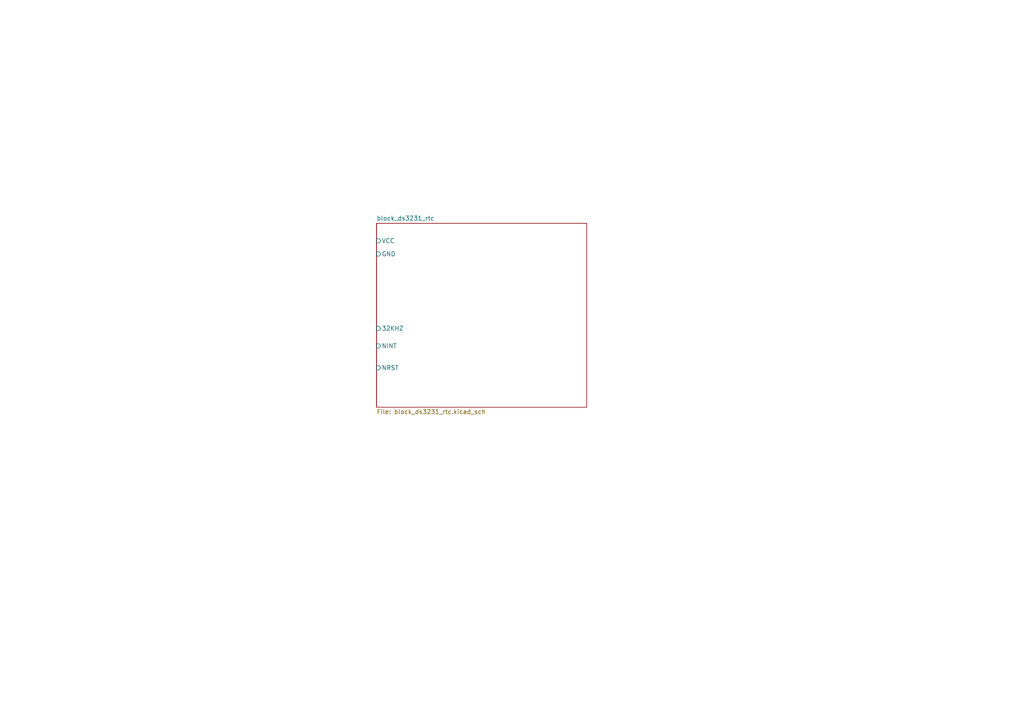
<source format=kicad_sch>
(kicad_sch
	(version 20250114)
	(generator "eeschema")
	(generator_version "9.0")
	(uuid "2bca7139-9750-4f0a-8cae-c77d5e9ee787")
	(paper "A4")
	(lib_symbols)
	(sheet
		(at 109.22 64.77)
		(size 60.96 53.34)
		(exclude_from_sim no)
		(in_bom yes)
		(on_board yes)
		(dnp no)
		(fields_autoplaced yes)
		(stroke
			(width 0.1524)
			(type solid)
		)
		(fill
			(color 0 0 0 0.0000)
		)
		(uuid "2158ea61-c96a-4c98-b294-c4fdff84ada6")
		(property "Sheetname" "block_ds3231_rtc"
			(at 109.22 64.0584 0)
			(effects
				(font
					(size 1.27 1.27)
				)
				(justify left bottom)
			)
		)
		(property "Sheetfile" "block_ds3231_rtc.kicad_sch"
			(at 109.22 118.6946 0)
			(effects
				(font
					(size 1.27 1.27)
				)
				(justify left top)
			)
		)
		(pin "32KHZ" input
			(at 109.22 95.25 180)
			(uuid "3ea5249c-c236-4652-bc4d-4a2bf68b0813")
			(effects
				(font
					(size 1.27 1.27)
				)
				(justify left)
			)
		)
		(pin "GND" input
			(at 109.22 73.66 180)
			(uuid "04f7d26d-6dcf-4976-bdcc-4b8b99a3e4a1")
			(effects
				(font
					(size 1.27 1.27)
				)
				(justify left)
			)
		)
		(pin "NINT" input
			(at 109.22 100.33 180)
			(uuid "50385c6f-ffc1-4f5b-8449-65ba8ab81e44")
			(effects
				(font
					(size 1.27 1.27)
				)
				(justify left)
			)
		)
		(pin "NRST" input
			(at 109.22 106.68 180)
			(uuid "87de07ff-9aa5-4311-9c29-5cb95af70654")
			(effects
				(font
					(size 1.27 1.27)
				)
				(justify left)
			)
		)
		(pin "VCC" input
			(at 109.22 69.85 180)
			(uuid "8d91b71a-e81e-42f9-a71c-90279182d4ce")
			(effects
				(font
					(size 1.27 1.27)
				)
				(justify left)
			)
		)
		(instances
			(project "ds3231_rtc"
				(path "/2bca7139-9750-4f0a-8cae-c77d5e9ee787"
					(page "2")
				)
			)
		)
	)
	(sheet_instances
		(path "/"
			(page "1")
		)
	)
	(embedded_fonts no)
)

</source>
